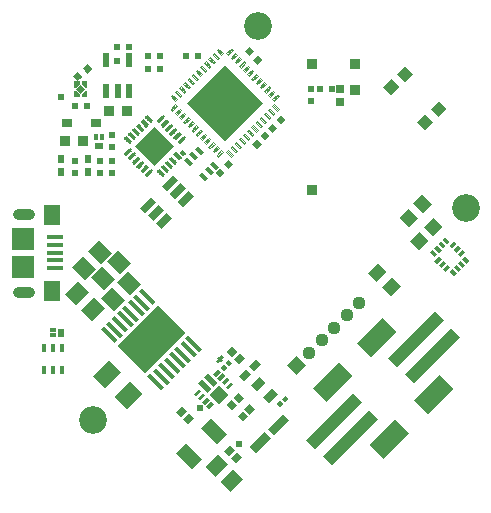
<source format=gbr>
G04 EAGLE Gerber RS-274X export*
G75*
%MOIN*%
%FSLAX34Y34*%
%LPD*%
%INSoldermask Top*%
%IPPOS*%
%AMOC8*
5,1,8,0,0,1.08239X$1,22.5*%
G01*
%ADD10C,0.092500*%
%ADD11R,0.033996X0.033996*%
%ADD12R,0.022185X0.022185*%
%ADD13C,0.007979*%
%ADD14R,0.092500X0.092500*%
%ADD15R,0.022185X0.022185*%
%ADD16C,0.004000*%
%ADD17R,0.180000X0.180000*%
%ADD18R,0.014311X0.028484*%
%ADD19R,0.033996X0.026122*%
%ADD20R,0.024154X0.049744*%
%ADD21R,0.023622X0.031496*%
%ADD22R,0.031496X0.019685*%
%ADD23R,0.013780X0.019685*%
%ADD24R,0.016280X0.030059*%
%ADD25R,0.036358X0.033996*%
%ADD26R,0.021500X0.021500*%
%ADD27R,0.019685X0.031496*%
%ADD28R,0.019685X0.013780*%
%ADD29R,0.026122X0.026122*%
%ADD30R,0.028500X0.040500*%
%ADD31R,0.010374X0.010374*%
%ADD32R,0.024500X0.026500*%
%ADD33R,0.026122X0.033996*%
%ADD34R,0.016500X0.015500*%
%ADD35R,0.046500X0.073500*%
%ADD36R,0.030500X0.071500*%
%ADD37R,0.046500X0.059500*%
%ADD38R,0.024154X0.012343*%
%ADD39R,0.045807X0.020217*%
%ADD40R,0.045807X0.045807*%
%ADD41R,0.014311X0.065492*%
%ADD42R,0.191476X0.128484*%
%ADD43R,0.057618X0.073366*%
%ADD44R,0.051319X0.061555*%
%ADD45R,0.021201X0.012343*%
%ADD46R,0.044823X0.041870*%
%ADD47R,0.041870X0.045807*%
%ADD48R,0.037933X0.037933*%
%ADD49R,0.041870X0.219035*%
%ADD50R,0.065492X0.120610*%
%ADD51R,0.055650X0.018248*%
%ADD52R,0.057618X0.065492*%
%ADD53R,0.077303X0.077303*%
%ADD54C,0.022185*%
%ADD55C,0.037933*%
%ADD56R,0.043839X0.043839*%
%ADD57C,0.043839*%
%ADD58C,0.024280*%

G36*
X7489Y-5754D02*
X7489Y-5754D01*
X7491Y-5753D01*
X7533Y-5711D01*
X7533Y-5710D01*
X7534Y-5710D01*
X7534Y-5708D01*
X7534Y-5680D01*
X7534Y-5679D01*
X7533Y-5677D01*
X7456Y-5600D01*
X7456Y-5576D01*
X7565Y-5467D01*
X7590Y-5467D01*
X7666Y-5544D01*
X7667Y-5544D01*
X7669Y-5545D01*
X7697Y-5545D01*
X7698Y-5545D01*
X7700Y-5544D01*
X7742Y-5502D01*
X7743Y-5501D01*
X7743Y-5499D01*
X7743Y-5471D01*
X7743Y-5470D01*
X7742Y-5468D01*
X7491Y-5218D01*
X7491Y-5217D01*
X7488Y-5216D01*
X7461Y-5216D01*
X7460Y-5217D01*
X7459Y-5217D01*
X7458Y-5218D01*
X7207Y-5468D01*
X7207Y-5469D01*
X7206Y-5469D01*
X7206Y-5471D01*
X7206Y-5499D01*
X7206Y-5500D01*
X7207Y-5502D01*
X7458Y-5753D01*
X7461Y-5754D01*
X7488Y-5754D01*
X7489Y-5754D01*
G37*
G36*
X3069Y4743D02*
X3069Y4743D01*
X3069Y4976D01*
X2887Y4976D01*
X2887Y4862D01*
X3006Y4743D01*
X3069Y4743D01*
X3069Y4743D01*
G37*
G36*
X2694Y4743D02*
X2694Y4743D01*
X2813Y4862D01*
X2813Y4976D01*
X2631Y4976D01*
X2631Y4743D01*
X2694Y4743D01*
X2694Y4743D01*
G37*
G36*
X2813Y4424D02*
X2813Y4424D01*
X2813Y4538D01*
X2694Y4657D01*
X2631Y4657D01*
X2631Y4424D01*
X2813Y4424D01*
X2813Y4424D01*
G37*
G36*
X3069Y4424D02*
X3069Y4424D01*
X3069Y4657D01*
X3006Y4657D01*
X2887Y4538D01*
X2887Y4424D01*
X3069Y4424D01*
X3069Y4424D01*
G37*
G36*
X7522Y-4383D02*
X7522Y-4383D01*
X7523Y-4383D01*
X7525Y-4382D01*
X7580Y-4327D01*
X7581Y-4326D01*
X7581Y-4325D01*
X7582Y-4323D01*
X7580Y-4321D01*
X7469Y-4209D01*
X7467Y-4208D01*
X7466Y-4208D01*
X7465Y-4208D01*
X7463Y-4209D01*
X7407Y-4265D01*
X7407Y-4267D01*
X7406Y-4268D01*
X7406Y-4269D01*
X7407Y-4271D01*
X7519Y-4382D01*
X7519Y-4383D01*
X7520Y-4383D01*
X7522Y-4383D01*
X7522Y-4383D01*
G37*
D10*
X15688Y750D03*
X8750Y6813D03*
X3250Y-6313D03*
D11*
X2312Y2960D03*
X2912Y2960D03*
D12*
G36*
X2913Y5392D02*
X3086Y5531D01*
X3225Y5358D01*
X3052Y5219D01*
X2913Y5392D01*
G37*
G36*
X2600Y5142D02*
X2773Y5281D01*
X2912Y5108D01*
X2739Y4969D01*
X2600Y5142D01*
G37*
G36*
X7645Y1914D02*
X7489Y1758D01*
X7333Y1914D01*
X7489Y2070D01*
X7645Y1914D01*
G37*
G36*
X7927Y2196D02*
X7771Y2040D01*
X7615Y2196D01*
X7771Y2352D01*
X7927Y2196D01*
G37*
D13*
X5221Y3633D02*
X5057Y3797D01*
X5221Y3633D02*
X5183Y3595D01*
X5019Y3759D01*
X5057Y3797D01*
X5107Y3671D02*
X5183Y3671D01*
X5107Y3747D02*
X5031Y3747D01*
X4918Y3658D02*
X5082Y3494D01*
X5044Y3456D01*
X4880Y3620D01*
X4918Y3658D01*
X4968Y3532D02*
X5044Y3532D01*
X4968Y3608D02*
X4892Y3608D01*
X4779Y3519D02*
X4943Y3355D01*
X4905Y3317D01*
X4741Y3481D01*
X4779Y3519D01*
X4829Y3393D02*
X4905Y3393D01*
X4829Y3469D02*
X4753Y3469D01*
X4639Y3379D02*
X4803Y3215D01*
X4765Y3177D01*
X4601Y3341D01*
X4639Y3379D01*
X4689Y3253D02*
X4765Y3253D01*
X4689Y3329D02*
X4613Y3329D01*
X4500Y3240D02*
X4664Y3076D01*
X4626Y3038D01*
X4462Y3202D01*
X4500Y3240D01*
X4550Y3114D02*
X4626Y3114D01*
X4550Y3190D02*
X4474Y3190D01*
X4361Y3101D02*
X4525Y2937D01*
X4487Y2899D01*
X4323Y3063D01*
X4361Y3101D01*
X4411Y2975D02*
X4487Y2975D01*
X4411Y3051D02*
X4335Y3051D01*
X4525Y2663D02*
X4361Y2499D01*
X4323Y2537D01*
X4487Y2701D01*
X4525Y2663D01*
X4437Y2575D02*
X4361Y2575D01*
X4437Y2651D02*
X4513Y2651D01*
X4664Y2524D02*
X4500Y2360D01*
X4462Y2398D01*
X4626Y2562D01*
X4664Y2524D01*
X4576Y2436D02*
X4500Y2436D01*
X4576Y2512D02*
X4652Y2512D01*
X4803Y2385D02*
X4639Y2221D01*
X4601Y2259D01*
X4765Y2423D01*
X4803Y2385D01*
X4715Y2297D02*
X4639Y2297D01*
X4715Y2373D02*
X4791Y2373D01*
X4943Y2245D02*
X4779Y2081D01*
X4741Y2119D01*
X4905Y2283D01*
X4943Y2245D01*
X4855Y2157D02*
X4779Y2157D01*
X4855Y2233D02*
X4931Y2233D01*
X5082Y2106D02*
X4918Y1942D01*
X4880Y1980D01*
X5044Y2144D01*
X5082Y2106D01*
X4994Y2018D02*
X4918Y2018D01*
X4994Y2094D02*
X5070Y2094D01*
X5221Y1967D02*
X5057Y1803D01*
X5019Y1841D01*
X5183Y2005D01*
X5221Y1967D01*
X5133Y1879D02*
X5057Y1879D01*
X5133Y1955D02*
X5209Y1955D01*
X5419Y1967D02*
X5583Y1803D01*
X5419Y1967D02*
X5457Y2005D01*
X5621Y1841D01*
X5583Y1803D01*
X5583Y1879D02*
X5507Y1879D01*
X5507Y1955D02*
X5431Y1955D01*
X5558Y2106D02*
X5722Y1942D01*
X5558Y2106D02*
X5596Y2144D01*
X5760Y1980D01*
X5722Y1942D01*
X5722Y2018D02*
X5646Y2018D01*
X5646Y2094D02*
X5570Y2094D01*
X5697Y2245D02*
X5861Y2081D01*
X5697Y2245D02*
X5735Y2283D01*
X5899Y2119D01*
X5861Y2081D01*
X5861Y2157D02*
X5785Y2157D01*
X5785Y2233D02*
X5709Y2233D01*
X5837Y2385D02*
X6001Y2221D01*
X5837Y2385D02*
X5875Y2423D01*
X6039Y2259D01*
X6001Y2221D01*
X6001Y2297D02*
X5925Y2297D01*
X5925Y2373D02*
X5849Y2373D01*
X5976Y2524D02*
X6140Y2360D01*
X5976Y2524D02*
X6014Y2562D01*
X6178Y2398D01*
X6140Y2360D01*
X6140Y2436D02*
X6064Y2436D01*
X6064Y2512D02*
X5988Y2512D01*
X6189Y2589D02*
X6275Y2503D01*
X6189Y2589D02*
X6227Y2627D01*
X6313Y2541D01*
X6275Y2503D01*
X6275Y2579D02*
X6199Y2579D01*
X6115Y2937D02*
X6279Y3101D01*
X6317Y3063D01*
X6153Y2899D01*
X6115Y2937D01*
X6153Y2975D02*
X6229Y2975D01*
X6229Y3051D02*
X6305Y3051D01*
X6140Y3240D02*
X5976Y3076D01*
X6140Y3240D02*
X6178Y3202D01*
X6014Y3038D01*
X5976Y3076D01*
X6014Y3114D02*
X6090Y3114D01*
X6090Y3190D02*
X6166Y3190D01*
X6001Y3379D02*
X5837Y3215D01*
X6001Y3379D02*
X6039Y3341D01*
X5875Y3177D01*
X5837Y3215D01*
X5875Y3253D02*
X5951Y3253D01*
X5951Y3329D02*
X6027Y3329D01*
X5861Y3519D02*
X5697Y3355D01*
X5861Y3519D02*
X5899Y3481D01*
X5735Y3317D01*
X5697Y3355D01*
X5735Y3393D02*
X5811Y3393D01*
X5811Y3469D02*
X5887Y3469D01*
X5722Y3658D02*
X5558Y3494D01*
X5722Y3658D02*
X5760Y3620D01*
X5596Y3456D01*
X5558Y3494D01*
X5596Y3532D02*
X5672Y3532D01*
X5672Y3608D02*
X5748Y3608D01*
X5583Y3797D02*
X5419Y3633D01*
X5583Y3797D02*
X5621Y3759D01*
X5457Y3595D01*
X5419Y3633D01*
X5457Y3671D02*
X5533Y3671D01*
X5533Y3747D02*
X5609Y3747D01*
D14*
G36*
X5320Y2147D02*
X4667Y2800D01*
X5320Y3453D01*
X5973Y2800D01*
X5320Y2147D01*
G37*
D15*
X3900Y2300D03*
X3900Y1900D03*
X3500Y2300D03*
X3500Y1900D03*
D16*
X7708Y2608D02*
X7861Y2455D01*
X7708Y2608D02*
X7761Y2660D01*
X7914Y2508D01*
X7861Y2455D01*
X7874Y2495D02*
X7749Y2620D01*
X7848Y2747D02*
X8000Y2594D01*
X7848Y2747D02*
X7901Y2800D01*
X8053Y2647D01*
X8000Y2594D01*
X8014Y2633D02*
X7888Y2759D01*
X7987Y2886D02*
X8139Y2733D01*
X7987Y2886D02*
X8040Y2939D01*
X8192Y2786D01*
X8139Y2733D01*
X8154Y2772D02*
X8027Y2898D01*
X8126Y3025D02*
X8279Y2873D01*
X8126Y3025D02*
X8179Y3078D01*
X8331Y2925D01*
X8279Y2873D01*
X8291Y2913D02*
X8166Y3038D01*
X8265Y3164D02*
X8418Y3012D01*
X8265Y3164D02*
X8318Y3217D01*
X8471Y3065D01*
X8418Y3012D01*
X8430Y3052D02*
X8306Y3177D01*
X8404Y3303D02*
X8557Y3151D01*
X8404Y3303D02*
X8457Y3356D01*
X8610Y3204D01*
X8557Y3151D01*
X8571Y3190D02*
X8445Y3316D01*
X8544Y3443D02*
X8696Y3290D01*
X8544Y3443D02*
X8597Y3496D01*
X8749Y3343D01*
X8696Y3290D01*
X8707Y3332D02*
X8584Y3455D01*
X8683Y3582D02*
X8835Y3429D01*
X8683Y3582D02*
X8736Y3635D01*
X8888Y3482D01*
X8835Y3429D01*
X8848Y3470D02*
X8723Y3594D01*
X8822Y3721D02*
X8975Y3569D01*
X8822Y3721D02*
X8875Y3774D01*
X9027Y3621D01*
X8975Y3569D01*
X8984Y3612D02*
X8862Y3734D01*
X8961Y3860D02*
X9114Y3708D01*
X8961Y3860D02*
X9014Y3913D01*
X9167Y3761D01*
X9114Y3708D01*
X9125Y3750D02*
X9002Y3873D01*
X9100Y3999D02*
X9253Y3847D01*
X9100Y3999D02*
X9153Y4052D01*
X9306Y3900D01*
X9253Y3847D01*
X9269Y3884D02*
X9141Y4012D01*
X9240Y4139D02*
X9392Y3986D01*
X9240Y4139D02*
X9292Y4192D01*
X9445Y4039D01*
X9392Y3986D01*
X9405Y4026D02*
X9280Y4151D01*
X9292Y4308D02*
X9445Y4461D01*
X9292Y4308D02*
X9240Y4361D01*
X9392Y4514D01*
X9445Y4461D01*
X9406Y4475D02*
X9280Y4349D01*
X9153Y4448D02*
X9306Y4600D01*
X9153Y4448D02*
X9100Y4501D01*
X9253Y4653D01*
X9306Y4600D01*
X9267Y4614D02*
X9141Y4488D01*
X9014Y4587D02*
X9167Y4739D01*
X9014Y4587D02*
X8961Y4640D01*
X9114Y4792D01*
X9167Y4739D01*
X9128Y4754D02*
X9002Y4627D01*
X8875Y4726D02*
X9027Y4879D01*
X8875Y4726D02*
X8822Y4779D01*
X8975Y4931D01*
X9027Y4879D01*
X8987Y4891D02*
X8862Y4766D01*
X8736Y4865D02*
X8888Y5018D01*
X8736Y4865D02*
X8683Y4918D01*
X8835Y5071D01*
X8888Y5018D01*
X8851Y5034D02*
X8723Y4906D01*
X8597Y5004D02*
X8749Y5157D01*
X8597Y5004D02*
X8544Y5057D01*
X8696Y5210D01*
X8749Y5157D01*
X8709Y5170D02*
X8584Y5045D01*
X8457Y5144D02*
X8610Y5296D01*
X8457Y5144D02*
X8404Y5197D01*
X8557Y5349D01*
X8610Y5296D01*
X8571Y5310D02*
X8445Y5184D01*
X8318Y5283D02*
X8471Y5435D01*
X8318Y5283D02*
X8265Y5336D01*
X8418Y5488D01*
X8471Y5435D01*
X8436Y5453D02*
X8306Y5323D01*
X8179Y5422D02*
X8331Y5575D01*
X8179Y5422D02*
X8126Y5475D01*
X8279Y5627D01*
X8331Y5575D01*
X8295Y5591D02*
X8166Y5462D01*
X8040Y5561D02*
X8192Y5714D01*
X8040Y5561D02*
X7987Y5614D01*
X8139Y5767D01*
X8192Y5714D01*
X8155Y5730D02*
X8027Y5602D01*
X7901Y5700D02*
X8053Y5853D01*
X7901Y5700D02*
X7848Y5753D01*
X8000Y5906D01*
X8053Y5853D01*
X8011Y5864D02*
X7888Y5741D01*
X7761Y5840D02*
X7914Y5992D01*
X7761Y5840D02*
X7708Y5892D01*
X7861Y6045D01*
X7914Y5992D01*
X7870Y6001D02*
X7749Y5880D01*
X7592Y5892D02*
X7439Y6045D01*
X7592Y5892D02*
X7539Y5840D01*
X7386Y5992D01*
X7439Y6045D01*
X7428Y6003D02*
X7551Y5880D01*
X7452Y5753D02*
X7300Y5906D01*
X7452Y5753D02*
X7399Y5700D01*
X7247Y5853D01*
X7300Y5906D01*
X7287Y5865D02*
X7412Y5741D01*
X7313Y5614D02*
X7161Y5767D01*
X7313Y5614D02*
X7260Y5561D01*
X7108Y5714D01*
X7161Y5767D01*
X7150Y5725D02*
X7273Y5602D01*
X7174Y5475D02*
X7023Y5629D01*
X7174Y5475D02*
X7121Y5422D01*
X6970Y5576D01*
X7023Y5629D01*
X7009Y5587D02*
X7134Y5462D01*
X7035Y5336D02*
X6882Y5488D01*
X7035Y5336D02*
X6982Y5283D01*
X6829Y5435D01*
X6882Y5488D01*
X6870Y5448D02*
X6994Y5323D01*
X6896Y5197D02*
X6743Y5349D01*
X6896Y5197D02*
X6843Y5144D01*
X6690Y5296D01*
X6743Y5349D01*
X6730Y5309D02*
X6855Y5184D01*
X6756Y5057D02*
X6604Y5210D01*
X6756Y5057D02*
X6703Y5004D01*
X6551Y5157D01*
X6604Y5210D01*
X6590Y5171D02*
X6716Y5045D01*
X6617Y4918D02*
X6465Y5071D01*
X6617Y4918D02*
X6564Y4865D01*
X6412Y5018D01*
X6465Y5071D01*
X6450Y5032D02*
X6577Y4906D01*
X6478Y4779D02*
X6325Y4931D01*
X6478Y4779D02*
X6425Y4726D01*
X6273Y4879D01*
X6325Y4931D01*
X6313Y4891D02*
X6438Y4766D01*
X6339Y4640D02*
X6186Y4792D01*
X6339Y4640D02*
X6286Y4587D01*
X6133Y4739D01*
X6186Y4792D01*
X6174Y4752D02*
X6298Y4627D01*
X6200Y4501D02*
X6047Y4653D01*
X6200Y4501D02*
X6147Y4448D01*
X5994Y4600D01*
X6047Y4653D01*
X6035Y4613D02*
X6159Y4488D01*
X6060Y4361D02*
X5908Y4514D01*
X6060Y4361D02*
X6008Y4308D01*
X5855Y4461D01*
X5908Y4514D01*
X5897Y4472D02*
X6020Y4349D01*
X6008Y4192D02*
X5855Y4039D01*
X6008Y4192D02*
X6060Y4139D01*
X5908Y3986D01*
X5855Y4039D01*
X5895Y4026D02*
X6020Y4151D01*
X6147Y4052D02*
X5994Y3900D01*
X6147Y4052D02*
X6200Y3999D01*
X6047Y3847D01*
X5994Y3900D01*
X6031Y3884D02*
X6159Y4012D01*
X6286Y3913D02*
X6133Y3761D01*
X6286Y3913D02*
X6339Y3860D01*
X6186Y3708D01*
X6133Y3761D01*
X6174Y3748D02*
X6298Y3873D01*
X6425Y3774D02*
X6273Y3621D01*
X6425Y3774D02*
X6478Y3721D01*
X6325Y3569D01*
X6273Y3621D01*
X6315Y3611D02*
X6438Y3734D01*
X6564Y3635D02*
X6412Y3482D01*
X6564Y3635D02*
X6617Y3582D01*
X6465Y3429D01*
X6412Y3482D01*
X6456Y3473D02*
X6577Y3594D01*
X6703Y3496D02*
X6551Y3343D01*
X6703Y3496D02*
X6756Y3443D01*
X6604Y3290D01*
X6551Y3343D01*
X6593Y3332D02*
X6716Y3455D01*
X6843Y3356D02*
X6690Y3204D01*
X6843Y3356D02*
X6896Y3303D01*
X6743Y3151D01*
X6690Y3204D01*
X6732Y3193D02*
X6855Y3316D01*
X6982Y3217D02*
X6829Y3065D01*
X6982Y3217D02*
X7035Y3164D01*
X6882Y3012D01*
X6829Y3065D01*
X6871Y3054D02*
X6994Y3177D01*
X7121Y3078D02*
X6969Y2925D01*
X7121Y3078D02*
X7174Y3025D01*
X7021Y2873D01*
X6969Y2925D01*
X7007Y2911D02*
X7134Y3038D01*
X7260Y2939D02*
X7108Y2786D01*
X7260Y2939D02*
X7313Y2886D01*
X7161Y2733D01*
X7108Y2786D01*
X7143Y2768D02*
X7273Y2898D01*
X7399Y2800D02*
X7247Y2647D01*
X7399Y2800D02*
X7452Y2747D01*
X7300Y2594D01*
X7247Y2647D01*
X7286Y2633D02*
X7412Y2759D01*
X7539Y2660D02*
X7386Y2508D01*
X7539Y2660D02*
X7592Y2608D01*
X7439Y2455D01*
X7386Y2508D01*
X7421Y2490D02*
X7551Y2620D01*
D17*
G36*
X7650Y5522D02*
X8922Y4250D01*
X7650Y2978D01*
X6378Y4250D01*
X7650Y5522D01*
G37*
D12*
G36*
X8880Y2869D02*
X8724Y2713D01*
X8568Y2869D01*
X8724Y3025D01*
X8880Y2869D01*
G37*
G36*
X9162Y3151D02*
X9006Y2995D01*
X8850Y3151D01*
X9006Y3307D01*
X9162Y3151D01*
G37*
D18*
G36*
X6947Y2617D02*
X6847Y2517D01*
X6647Y2717D01*
X6747Y2817D01*
X6947Y2617D01*
G37*
G36*
X6766Y2436D02*
X6666Y2336D01*
X6466Y2536D01*
X6566Y2636D01*
X6766Y2436D01*
G37*
G36*
X6585Y2255D02*
X6485Y2155D01*
X6285Y2355D01*
X6385Y2455D01*
X6585Y2255D01*
G37*
G36*
X6798Y1843D02*
X6898Y1943D01*
X7098Y1743D01*
X6998Y1643D01*
X6798Y1843D01*
G37*
G36*
X6979Y2024D02*
X7079Y2124D01*
X7279Y1924D01*
X7179Y1824D01*
X6979Y2024D01*
G37*
G36*
X7160Y2205D02*
X7260Y2305D01*
X7460Y2105D01*
X7360Y2005D01*
X7160Y2205D01*
G37*
D12*
G36*
X9375Y3681D02*
X9531Y3837D01*
X9687Y3681D01*
X9531Y3525D01*
X9375Y3681D01*
G37*
G36*
X9093Y3399D02*
X9249Y3555D01*
X9405Y3399D01*
X9249Y3243D01*
X9093Y3399D01*
G37*
D19*
X3377Y3590D03*
X2393Y3590D03*
D20*
X3706Y4653D03*
X4080Y4653D03*
X4454Y4653D03*
X4454Y5677D03*
X3706Y5677D03*
D15*
X2650Y2300D03*
X2650Y1900D03*
D11*
X4395Y3960D03*
X3795Y3960D03*
D15*
X4075Y6100D03*
X4475Y6100D03*
X10825Y4705D03*
X11225Y4705D03*
D21*
X2200Y1933D03*
X2200Y2367D03*
X3100Y1933D03*
X3100Y2367D03*
D15*
X5085Y5370D03*
X5485Y5370D03*
X5485Y5800D03*
X5085Y5800D03*
D22*
X3460Y2822D03*
D23*
X3549Y3098D03*
X3371Y3098D03*
D15*
X3900Y2760D03*
X3900Y3160D03*
X3050Y4150D03*
X2650Y4150D03*
D24*
X1625Y-3916D03*
X1920Y-3916D03*
X2215Y-3916D03*
X2215Y-4664D03*
X1920Y-4664D03*
X1625Y-4664D03*
D25*
X10577Y1337D03*
X10577Y5550D03*
X11982Y5550D03*
X11982Y4684D03*
D26*
G36*
X2699Y4700D02*
X2850Y4851D01*
X3001Y4700D01*
X2850Y4549D01*
X2699Y4700D01*
G37*
D12*
G36*
X8469Y5805D02*
X8313Y5961D01*
X8469Y6117D01*
X8625Y5961D01*
X8469Y5805D01*
G37*
G36*
X8751Y5523D02*
X8595Y5679D01*
X8751Y5835D01*
X8907Y5679D01*
X8751Y5523D01*
G37*
D27*
X2188Y-3410D03*
D28*
X1912Y-3321D03*
X1912Y-3499D03*
D15*
X6750Y5800D03*
X6350Y5800D03*
D29*
X11510Y4258D03*
X11510Y4692D03*
D15*
X10525Y4700D03*
X10525Y4300D03*
D30*
G36*
X9215Y-5275D02*
X9416Y-5476D01*
X9131Y-5761D01*
X8930Y-5560D01*
X9215Y-5275D01*
G37*
G36*
X8826Y-4886D02*
X9027Y-5087D01*
X8742Y-5372D01*
X8541Y-5171D01*
X8826Y-4886D01*
G37*
D31*
G36*
X7438Y-4278D02*
X7511Y-4351D01*
X7438Y-4424D01*
X7365Y-4351D01*
X7438Y-4278D01*
G37*
G36*
X7550Y-4167D02*
X7623Y-4240D01*
X7550Y-4313D01*
X7477Y-4240D01*
X7550Y-4167D01*
G37*
D32*
G36*
X8048Y-7395D02*
X8220Y-7567D01*
X8034Y-7753D01*
X7862Y-7581D01*
X8048Y-7395D01*
G37*
G36*
X7815Y-7162D02*
X7987Y-7334D01*
X7801Y-7520D01*
X7629Y-7348D01*
X7815Y-7162D01*
G37*
D33*
G36*
X8354Y-4624D02*
X8538Y-4808D01*
X8298Y-5048D01*
X8114Y-4864D01*
X8354Y-4624D01*
G37*
G36*
X8688Y-4290D02*
X8872Y-4474D01*
X8632Y-4714D01*
X8448Y-4530D01*
X8688Y-4290D01*
G37*
D34*
G36*
X9620Y-5782D02*
X9505Y-5897D01*
X9396Y-5788D01*
X9511Y-5673D01*
X9620Y-5782D01*
G37*
G36*
X9783Y-5619D02*
X9668Y-5734D01*
X9559Y-5625D01*
X9674Y-5510D01*
X9783Y-5619D01*
G37*
D35*
G36*
X6870Y-6596D02*
X7198Y-6268D01*
X7716Y-6786D01*
X7388Y-7114D01*
X6870Y-6596D01*
G37*
G36*
X6036Y-7430D02*
X6364Y-7102D01*
X6882Y-7620D01*
X6554Y-7948D01*
X6036Y-7430D01*
G37*
D36*
G36*
X8980Y-6716D02*
X9195Y-6931D01*
X8692Y-7434D01*
X8477Y-7219D01*
X8980Y-6716D01*
G37*
G36*
X9581Y-6115D02*
X9796Y-6330D01*
X9293Y-6833D01*
X9078Y-6618D01*
X9581Y-6115D01*
G37*
D32*
G36*
X8069Y-5834D02*
X7897Y-6006D01*
X7711Y-5820D01*
X7883Y-5648D01*
X8069Y-5834D01*
G37*
G36*
X8302Y-5601D02*
X8130Y-5773D01*
X7944Y-5587D01*
X8116Y-5415D01*
X8302Y-5601D01*
G37*
G36*
X6449Y-6109D02*
X6621Y-6281D01*
X6435Y-6467D01*
X6263Y-6295D01*
X6449Y-6109D01*
G37*
G36*
X6216Y-5875D02*
X6388Y-6047D01*
X6202Y-6233D01*
X6030Y-6061D01*
X6216Y-5875D01*
G37*
D37*
G36*
X7935Y-7973D02*
X8264Y-8302D01*
X7845Y-8721D01*
X7516Y-8392D01*
X7935Y-7973D01*
G37*
G36*
X7433Y-7471D02*
X7762Y-7800D01*
X7343Y-8219D01*
X7014Y-7890D01*
X7433Y-7471D01*
G37*
D34*
G36*
X7732Y-4581D02*
X7617Y-4696D01*
X7508Y-4587D01*
X7623Y-4472D01*
X7732Y-4581D01*
G37*
G36*
X7894Y-4419D02*
X7779Y-4534D01*
X7670Y-4425D01*
X7785Y-4310D01*
X7894Y-4419D01*
G37*
D38*
G36*
X7687Y-5214D02*
X7857Y-5044D01*
X7943Y-5130D01*
X7773Y-5300D01*
X7687Y-5214D01*
G37*
G36*
X7548Y-5075D02*
X7718Y-4905D01*
X7804Y-4991D01*
X7634Y-5161D01*
X7548Y-5075D01*
G37*
G36*
X7409Y-4936D02*
X7579Y-4766D01*
X7665Y-4852D01*
X7495Y-5022D01*
X7409Y-4936D01*
G37*
G36*
X7270Y-4796D02*
X7440Y-4626D01*
X7526Y-4712D01*
X7356Y-4882D01*
X7270Y-4796D01*
G37*
D39*
G36*
X7272Y-5231D02*
X6949Y-4908D01*
X7092Y-4765D01*
X7415Y-5088D01*
X7272Y-5231D01*
G37*
G36*
X7077Y-5426D02*
X6754Y-5103D01*
X6897Y-4960D01*
X7220Y-5283D01*
X7077Y-5426D01*
G37*
D38*
G36*
X6616Y-5451D02*
X6786Y-5281D01*
X6872Y-5367D01*
X6702Y-5537D01*
X6616Y-5451D01*
G37*
G36*
X6755Y-5590D02*
X6925Y-5420D01*
X7011Y-5506D01*
X6841Y-5676D01*
X6755Y-5590D01*
G37*
G36*
X6894Y-5729D02*
X7064Y-5559D01*
X7150Y-5645D01*
X6980Y-5815D01*
X6894Y-5729D01*
G37*
G36*
X7033Y-5868D02*
X7203Y-5698D01*
X7289Y-5784D01*
X7119Y-5954D01*
X7033Y-5868D01*
G37*
D40*
G36*
X7151Y-5485D02*
X7474Y-5162D01*
X7797Y-5485D01*
X7474Y-5808D01*
X7151Y-5485D01*
G37*
D32*
G36*
X8436Y-6204D02*
X8264Y-6376D01*
X8078Y-6190D01*
X8250Y-6018D01*
X8436Y-6204D01*
G37*
G36*
X8669Y-5971D02*
X8497Y-6143D01*
X8311Y-5957D01*
X8483Y-5785D01*
X8669Y-5971D01*
G37*
G36*
X8145Y-4106D02*
X8317Y-4278D01*
X8131Y-4464D01*
X7959Y-4292D01*
X8145Y-4106D01*
G37*
G36*
X7911Y-3873D02*
X8083Y-4045D01*
X7897Y-4231D01*
X7725Y-4059D01*
X7911Y-3873D01*
G37*
D41*
G36*
X5633Y-5226D02*
X5533Y-5326D01*
X5071Y-4864D01*
X5171Y-4764D01*
X5633Y-5226D01*
G37*
G36*
X5814Y-5045D02*
X5714Y-5145D01*
X5252Y-4683D01*
X5352Y-4583D01*
X5814Y-5045D01*
G37*
G36*
X5995Y-4864D02*
X5895Y-4964D01*
X5433Y-4502D01*
X5533Y-4402D01*
X5995Y-4864D01*
G37*
G36*
X6176Y-4684D02*
X6076Y-4784D01*
X5614Y-4322D01*
X5714Y-4222D01*
X6176Y-4684D01*
G37*
G36*
X6357Y-4503D02*
X6257Y-4603D01*
X5795Y-4141D01*
X5895Y-4041D01*
X6357Y-4503D01*
G37*
G36*
X6538Y-4322D02*
X6438Y-4422D01*
X5976Y-3960D01*
X6076Y-3860D01*
X6538Y-4322D01*
G37*
G36*
X6719Y-4141D02*
X6619Y-4241D01*
X6157Y-3779D01*
X6257Y-3679D01*
X6719Y-4141D01*
G37*
G36*
X6900Y-3960D02*
X6800Y-4060D01*
X6338Y-3598D01*
X6438Y-3498D01*
X6900Y-3960D01*
G37*
G36*
X5341Y-2401D02*
X5241Y-2501D01*
X4779Y-2039D01*
X4879Y-1939D01*
X5341Y-2401D01*
G37*
G36*
X5160Y-2582D02*
X5060Y-2682D01*
X4598Y-2220D01*
X4698Y-2120D01*
X5160Y-2582D01*
G37*
G36*
X4979Y-2763D02*
X4879Y-2863D01*
X4417Y-2401D01*
X4517Y-2301D01*
X4979Y-2763D01*
G37*
G36*
X4798Y-2944D02*
X4698Y-3044D01*
X4236Y-2582D01*
X4336Y-2482D01*
X4798Y-2944D01*
G37*
G36*
X4617Y-3125D02*
X4517Y-3225D01*
X4055Y-2763D01*
X4155Y-2663D01*
X4617Y-3125D01*
G37*
G36*
X4436Y-3306D02*
X4336Y-3406D01*
X3874Y-2944D01*
X3974Y-2844D01*
X4436Y-3306D01*
G37*
G36*
X4255Y-3486D02*
X4155Y-3586D01*
X3693Y-3124D01*
X3793Y-3024D01*
X4255Y-3486D01*
G37*
G36*
X4074Y-3667D02*
X3974Y-3767D01*
X3512Y-3305D01*
X3612Y-3205D01*
X4074Y-3667D01*
G37*
D42*
G36*
X6336Y-3411D02*
X4984Y-4763D01*
X4076Y-3855D01*
X5428Y-2503D01*
X6336Y-3411D01*
G37*
D43*
G36*
X4380Y-5965D02*
X3972Y-5557D01*
X4490Y-5039D01*
X4898Y-5447D01*
X4380Y-5965D01*
G37*
G36*
X3673Y-5258D02*
X3265Y-4850D01*
X3783Y-4332D01*
X4191Y-4740D01*
X3673Y-5258D01*
G37*
D44*
G36*
X3304Y-2215D02*
X3666Y-2577D01*
X3232Y-3011D01*
X2870Y-2649D01*
X3304Y-2215D01*
G37*
G36*
X2775Y-1686D02*
X3137Y-2048D01*
X2703Y-2482D01*
X2341Y-2120D01*
X2775Y-1686D01*
G37*
G36*
X4321Y-2330D02*
X3959Y-2692D01*
X3525Y-2258D01*
X3887Y-1896D01*
X4321Y-2330D01*
G37*
G36*
X4850Y-1802D02*
X4488Y-2164D01*
X4054Y-1730D01*
X4416Y-1368D01*
X4850Y-1802D01*
G37*
G36*
X4003Y-1636D02*
X3641Y-1998D01*
X3207Y-1564D01*
X3569Y-1202D01*
X4003Y-1636D01*
G37*
G36*
X4532Y-1107D02*
X4170Y-1469D01*
X3736Y-1035D01*
X4098Y-673D01*
X4532Y-1107D01*
G37*
G36*
X3105Y-694D02*
X3467Y-332D01*
X3901Y-766D01*
X3539Y-1128D01*
X3105Y-694D01*
G37*
G36*
X2576Y-1223D02*
X2938Y-861D01*
X3372Y-1295D01*
X3010Y-1657D01*
X2576Y-1223D01*
G37*
D20*
G36*
X6442Y1301D02*
X6613Y1130D01*
X6264Y781D01*
X6093Y952D01*
X6442Y1301D01*
G37*
G36*
X6177Y1565D02*
X6348Y1394D01*
X5999Y1045D01*
X5828Y1216D01*
X6177Y1565D01*
G37*
G36*
X5913Y1830D02*
X6084Y1659D01*
X5735Y1310D01*
X5564Y1481D01*
X5913Y1830D01*
G37*
G36*
X5189Y1106D02*
X5360Y935D01*
X5011Y586D01*
X4840Y757D01*
X5189Y1106D01*
G37*
G36*
X5453Y842D02*
X5624Y671D01*
X5275Y322D01*
X5104Y493D01*
X5453Y842D01*
G37*
G36*
X5718Y577D02*
X5889Y406D01*
X5540Y57D01*
X5369Y228D01*
X5718Y577D01*
G37*
D45*
G36*
X15238Y-1293D02*
X15387Y-1442D01*
X15300Y-1529D01*
X15151Y-1380D01*
X15238Y-1293D01*
G37*
G36*
X15377Y-1154D02*
X15526Y-1303D01*
X15439Y-1390D01*
X15290Y-1241D01*
X15377Y-1154D01*
G37*
G36*
X15516Y-1015D02*
X15665Y-1164D01*
X15578Y-1251D01*
X15429Y-1102D01*
X15516Y-1015D01*
G37*
G36*
X15655Y-876D02*
X15804Y-1025D01*
X15717Y-1112D01*
X15568Y-963D01*
X15655Y-876D01*
G37*
G36*
X15429Y-795D02*
X15578Y-646D01*
X15665Y-733D01*
X15516Y-882D01*
X15429Y-795D01*
G37*
G36*
X15290Y-656D02*
X15439Y-507D01*
X15526Y-594D01*
X15377Y-743D01*
X15290Y-656D01*
G37*
G36*
X15151Y-516D02*
X15300Y-367D01*
X15387Y-454D01*
X15238Y-603D01*
X15151Y-516D01*
G37*
G36*
X15070Y-464D02*
X14921Y-315D01*
X15008Y-228D01*
X15157Y-377D01*
X15070Y-464D01*
G37*
G36*
X14931Y-603D02*
X14782Y-454D01*
X14869Y-367D01*
X15018Y-516D01*
X14931Y-603D01*
G37*
G36*
X14792Y-743D02*
X14643Y-594D01*
X14730Y-507D01*
X14879Y-656D01*
X14792Y-743D01*
G37*
G36*
X14652Y-882D02*
X14503Y-733D01*
X14590Y-646D01*
X14739Y-795D01*
X14652Y-882D01*
G37*
G36*
X14879Y-963D02*
X14730Y-1112D01*
X14643Y-1025D01*
X14792Y-876D01*
X14879Y-963D01*
G37*
G36*
X15018Y-1102D02*
X14869Y-1251D01*
X14782Y-1164D01*
X14931Y-1015D01*
X15018Y-1102D01*
G37*
G36*
X15157Y-1241D02*
X15008Y-1390D01*
X14921Y-1303D01*
X15070Y-1154D01*
X15157Y-1241D01*
G37*
D46*
G36*
X14444Y-352D02*
X14128Y-668D01*
X13832Y-372D01*
X14148Y-56D01*
X14444Y-352D01*
G37*
G36*
X14918Y122D02*
X14602Y-194D01*
X14306Y102D01*
X14622Y418D01*
X14918Y122D01*
G37*
D47*
G36*
X14088Y395D02*
X13793Y100D01*
X13470Y423D01*
X13765Y718D01*
X14088Y395D01*
G37*
G36*
X14561Y868D02*
X14266Y573D01*
X13943Y896D01*
X14238Y1191D01*
X14561Y868D01*
G37*
G36*
X12719Y-1710D02*
X12424Y-1415D01*
X12747Y-1092D01*
X13042Y-1387D01*
X12719Y-1710D01*
G37*
G36*
X13193Y-2183D02*
X12898Y-1888D01*
X13221Y-1565D01*
X13516Y-1860D01*
X13193Y-2183D01*
G37*
D48*
G36*
X13217Y5039D02*
X13478Y4766D01*
X13205Y4505D01*
X12944Y4778D01*
X13217Y5039D01*
G37*
G36*
X13673Y5473D02*
X13934Y5200D01*
X13661Y4939D01*
X13400Y5212D01*
X13673Y5473D01*
G37*
G36*
X14786Y4305D02*
X15047Y4032D01*
X14774Y3771D01*
X14513Y4044D01*
X14786Y4305D01*
G37*
G36*
X14330Y3870D02*
X14591Y3597D01*
X14318Y3336D01*
X14057Y3609D01*
X14330Y3870D01*
G37*
D49*
G36*
X13953Y-5101D02*
X13657Y-4805D01*
X15205Y-3257D01*
X15501Y-3553D01*
X13953Y-5101D01*
G37*
G36*
X13397Y-4544D02*
X13101Y-4248D01*
X14649Y-2700D01*
X14945Y-2996D01*
X13397Y-4544D01*
G37*
D50*
G36*
X14426Y-6130D02*
X13964Y-5668D01*
X14816Y-4816D01*
X15278Y-5278D01*
X14426Y-6130D01*
G37*
G36*
X12533Y-4237D02*
X12071Y-3775D01*
X12923Y-2923D01*
X13385Y-3385D01*
X12533Y-4237D01*
G37*
D49*
G36*
X11920Y-5434D02*
X12216Y-5730D01*
X10668Y-7278D01*
X10372Y-6982D01*
X11920Y-5434D01*
G37*
G36*
X12476Y-5991D02*
X12772Y-6287D01*
X11224Y-7835D01*
X10928Y-7539D01*
X12476Y-5991D01*
G37*
D50*
G36*
X11447Y-4405D02*
X11909Y-4867D01*
X11057Y-5719D01*
X10595Y-5257D01*
X11447Y-4405D01*
G37*
G36*
X13340Y-6298D02*
X13802Y-6760D01*
X12950Y-7612D01*
X12488Y-7150D01*
X13340Y-6298D01*
G37*
D51*
X1991Y-238D03*
X1991Y-494D03*
X1991Y-750D03*
X1991Y-1006D03*
X1991Y-1262D03*
D52*
X1902Y510D03*
X1902Y-2010D03*
D53*
X938Y-278D03*
X938Y-1222D03*
D54*
X938Y549D03*
X938Y-2049D03*
D55*
X760Y549D02*
X1115Y549D01*
X1115Y-2049D02*
X760Y-2049D01*
D56*
G36*
X10044Y-4198D02*
X10353Y-4507D01*
X10044Y-4816D01*
X9735Y-4507D01*
X10044Y-4198D01*
G37*
D57*
X10462Y-4090D03*
X10880Y-3672D03*
X11297Y-3255D03*
X12132Y-2419D03*
X11715Y-2837D03*
D58*
X6813Y-5938D03*
X8125Y-7125D03*
X4063Y5625D03*
X2188Y4438D03*
M02*

</source>
